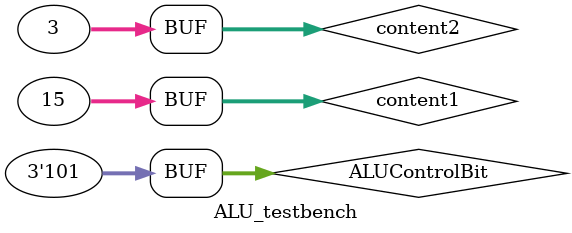
<source format=v>
module ALU_testbench();

reg [31:0]content1;
reg [31:0]content2;
reg [2:0]ALUControlBit;
wire zero;
wire overflow;
wire carryOut;
wire [31:0]ALUresult;


ALU foo(ALUresult,zero,overflow,carryOut,content1,content2,ALUControlBit);

initial begin 
	content1=32'b00000000000000000000000000001111; content2=32'b00000000000000000000000000000101; ALUControlBit=3'b000;
	#20;
	content1=32'b00000000000000000000000000001111; content2=32'b00000000000000000000000000000101; ALUControlBit=3'b001;
	#20;
	content1=32'b00000000000000000000000000001111; content2=32'b00000000000000000000000000000101; ALUControlBit=3'b010;
	#20;
	content1=32'b11111111111111111111111111111101; content2=32'b00000000000000000000000000000001; ALUControlBit=3'b011;
	#20;
	content1=32'b00000000000000000000000000000001; content2=32'b00000000000000000000000000000101; ALUControlBit=3'b110;
	#20;
	content1=32'b00000000000000000000000000001111; content2=32'b00000000000000000000000000000101; ALUControlBit=3'b111;
	#20;
	content1=32'b00000000000000000000000000001111; content2=32'b00000000000000000000000000000011; ALUControlBit=3'b100;
	#20;
	content1=32'b00000000000000000000000000001111; content2=32'b00000000000000000000000000000011; ALUControlBit=3'b101;
	#20;
end

initial begin 
	$monitor("content1 : %32b, content2 : %32b, ALUresult %32b,  ALUresult %5d  ,ZeroBit %1b", content1,content2,ALUresult, ALUresult,zero);
end


endmodule 
</source>
